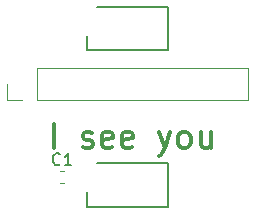
<source format=gbr>
%TF.GenerationSoftware,KiCad,Pcbnew,(5.1.8)-1*%
%TF.CreationDate,2021-09-16T00:57:33-04:00*%
%TF.ProjectId,Camera,43616d65-7261-42e6-9b69-6361645f7063,rev?*%
%TF.SameCoordinates,Original*%
%TF.FileFunction,Legend,Top*%
%TF.FilePolarity,Positive*%
%FSLAX46Y46*%
G04 Gerber Fmt 4.6, Leading zero omitted, Abs format (unit mm)*
G04 Created by KiCad (PCBNEW (5.1.8)-1) date 2021-09-16 00:57:33*
%MOMM*%
%LPD*%
G01*
G04 APERTURE LIST*
%ADD10C,0.300000*%
%ADD11C,0.200000*%
%ADD12C,0.120000*%
%ADD13C,0.150000*%
G04 APERTURE END LIST*
D10*
X145830952Y-92664761D02*
X145830952Y-90664761D01*
X148211904Y-92569523D02*
X148402380Y-92664761D01*
X148783333Y-92664761D01*
X148973809Y-92569523D01*
X149069047Y-92379047D01*
X149069047Y-92283809D01*
X148973809Y-92093333D01*
X148783333Y-91998095D01*
X148497619Y-91998095D01*
X148307142Y-91902857D01*
X148211904Y-91712380D01*
X148211904Y-91617142D01*
X148307142Y-91426666D01*
X148497619Y-91331428D01*
X148783333Y-91331428D01*
X148973809Y-91426666D01*
X150688095Y-92569523D02*
X150497619Y-92664761D01*
X150116666Y-92664761D01*
X149926190Y-92569523D01*
X149830952Y-92379047D01*
X149830952Y-91617142D01*
X149926190Y-91426666D01*
X150116666Y-91331428D01*
X150497619Y-91331428D01*
X150688095Y-91426666D01*
X150783333Y-91617142D01*
X150783333Y-91807619D01*
X149830952Y-91998095D01*
X152402380Y-92569523D02*
X152211904Y-92664761D01*
X151830952Y-92664761D01*
X151640476Y-92569523D01*
X151545238Y-92379047D01*
X151545238Y-91617142D01*
X151640476Y-91426666D01*
X151830952Y-91331428D01*
X152211904Y-91331428D01*
X152402380Y-91426666D01*
X152497619Y-91617142D01*
X152497619Y-91807619D01*
X151545238Y-91998095D01*
X154688095Y-91331428D02*
X155164285Y-92664761D01*
X155640476Y-91331428D02*
X155164285Y-92664761D01*
X154973809Y-93140952D01*
X154878571Y-93236190D01*
X154688095Y-93331428D01*
X156688095Y-92664761D02*
X156497619Y-92569523D01*
X156402380Y-92474285D01*
X156307142Y-92283809D01*
X156307142Y-91712380D01*
X156402380Y-91521904D01*
X156497619Y-91426666D01*
X156688095Y-91331428D01*
X156973809Y-91331428D01*
X157164285Y-91426666D01*
X157259523Y-91521904D01*
X157354761Y-91712380D01*
X157354761Y-92283809D01*
X157259523Y-92474285D01*
X157164285Y-92569523D01*
X156973809Y-92664761D01*
X156688095Y-92664761D01*
X159069047Y-91331428D02*
X159069047Y-92664761D01*
X158211904Y-91331428D02*
X158211904Y-92379047D01*
X158307142Y-92569523D01*
X158497619Y-92664761D01*
X158783333Y-92664761D01*
X158973809Y-92569523D01*
X159069047Y-92474285D01*
D11*
%TO.C,J2*%
X148560000Y-83185000D02*
X148560000Y-84400000D01*
X148560000Y-84400000D02*
X155440000Y-84400000D01*
X155440000Y-84400000D02*
X155440000Y-80700000D01*
X155440000Y-80700000D02*
X149460000Y-80700000D01*
%TO.C,J1*%
X148560000Y-96434920D02*
X148560000Y-97649920D01*
X148560000Y-97649920D02*
X155440000Y-97649920D01*
X155440000Y-97649920D02*
X155440000Y-93949920D01*
X155440000Y-93949920D02*
X149460000Y-93949920D01*
D12*
%TO.C,U1*%
X141795000Y-88590000D02*
X141795000Y-87260000D01*
X143125000Y-88590000D02*
X141795000Y-88590000D01*
X144395000Y-88590000D02*
X144395000Y-85930000D01*
X144395000Y-85930000D02*
X162235000Y-85930000D01*
X144395000Y-88590000D02*
X162235000Y-88590000D01*
X162235000Y-88590000D02*
X162235000Y-85930000D01*
%TO.C,C1*%
X146616267Y-94640000D02*
X146323733Y-94640000D01*
X146616267Y-95660000D02*
X146323733Y-95660000D01*
D13*
X146303333Y-94027142D02*
X146255714Y-94074761D01*
X146112857Y-94122380D01*
X146017619Y-94122380D01*
X145874761Y-94074761D01*
X145779523Y-93979523D01*
X145731904Y-93884285D01*
X145684285Y-93693809D01*
X145684285Y-93550952D01*
X145731904Y-93360476D01*
X145779523Y-93265238D01*
X145874761Y-93170000D01*
X146017619Y-93122380D01*
X146112857Y-93122380D01*
X146255714Y-93170000D01*
X146303333Y-93217619D01*
X147255714Y-94122380D02*
X146684285Y-94122380D01*
X146970000Y-94122380D02*
X146970000Y-93122380D01*
X146874761Y-93265238D01*
X146779523Y-93360476D01*
X146684285Y-93408095D01*
%TD*%
M02*

</source>
